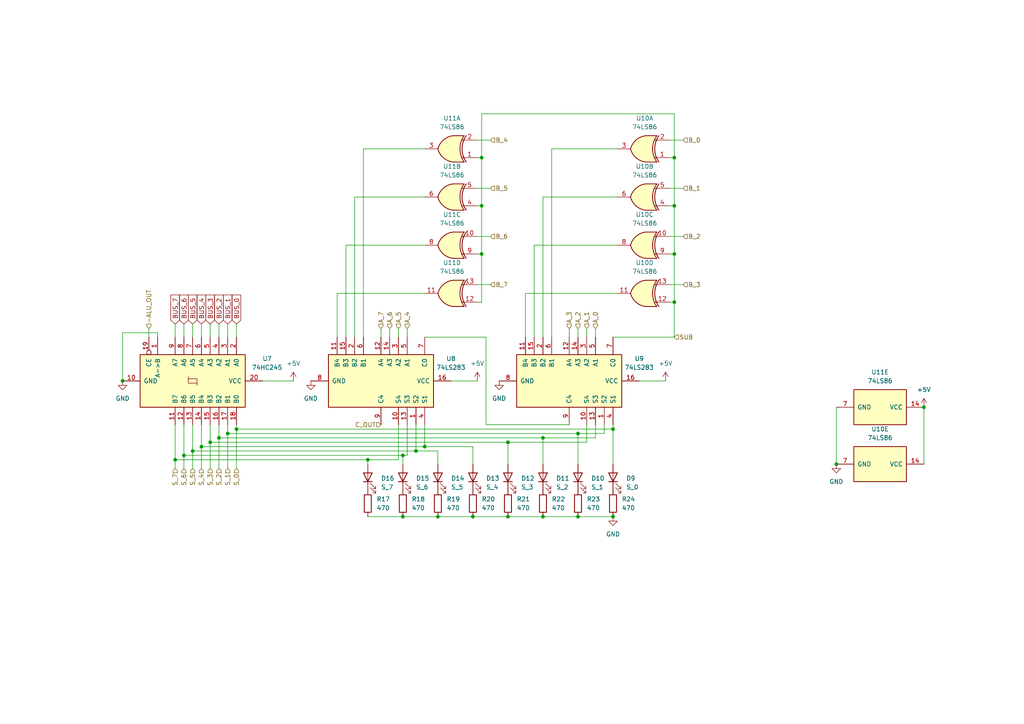
<source format=kicad_sch>
(kicad_sch (version 20230121) (generator eeschema)
  (paper "A4")
  (title_block (title "ALU") (date "2023-07-12") (rev "1"))
  (lib_symbols
    (symbol "74xx:74HC245" (pin_names (offset 1.016))
      (property "Reference" "U" (at -7.62 16.51 0))
      (property "Value" "74HC245" (at -7.62 -16.51 0))
      (symbol "74HC245_1_0"
        (polyline (pts (xy -0.635 -1.27) (xy -0.635 1.27) (xy 0.635 1.27)))
        (polyline (pts (xy -1.27 -1.27) (xy 0.635 -1.27) (xy 0.635 1.27) (xy 1.27 1.27)))
        (pin input line (at -12.7 -10.16 0) (length 5.08) (name "A->B") (number "1"))
        (pin power_in line (at 0 -20.32 90) (length 5.08) (name "GND") (number "10"))
        (pin tri_state line (at 12.7 -5.08 180) (length 5.08) (name "B7") (number "11"))
        (pin tri_state line (at 12.7 -2.54 180) (length 5.08) (name "B6") (number "12"))
        (pin tri_state line (at 12.7 0 180) (length 5.08) (name "B5") (number "13"))
        (pin tri_state line (at 12.7 2.54 180) (length 5.08) (name "B4") (number "14"))
        (pin tri_state line (at 12.7 5.08 180) (length 5.08) (name "B3") (number "15"))
        (pin tri_state line (at 12.7 7.62 180) (length 5.08) (name "B2") (number "16"))
        (pin tri_state line (at 12.7 10.16 180) (length 5.08) (name "B1") (number "17"))
        (pin tri_state line (at 12.7 12.7 180) (length 5.08) (name "B0") (number "18"))
        (pin input inverted (at -12.7 -12.7 0) (length 5.08) (name "CE") (number "19"))
        (pin tri_state line (at -12.7 12.7 0) (length 5.08) (name "A0") (number "2"))
        (pin power_in line (at 0 20.32 270) (length 5.08) (name "VCC") (number "20"))
        (pin tri_state line (at -12.7 10.16 0) (length 5.08) (name "A1") (number "3"))
        (pin tri_state line (at -12.7 7.62 0) (length 5.08) (name "A2") (number "4"))
        (pin tri_state line (at -12.7 5.08 0) (length 5.08) (name "A3") (number "5"))
        (pin tri_state line (at -12.7 2.54 0) (length 5.08) (name "A4") (number "6"))
        (pin tri_state line (at -12.7 0 0) (length 5.08) (name "A5") (number "7"))
        (pin tri_state line (at -12.7 -2.54 0) (length 5.08) (name "A6") (number "8"))
        (pin tri_state line (at -12.7 -5.08 0) (length 5.08) (name "A7") (number "9"))
      )
      (symbol "74HC245_1_1"
        (rectangle (start -7.62 15.24) (end 7.62 -15.24) (stroke (width 0.254)) (fill (type background)))
      )
    )
    (symbol "74xx:74LS283" (pin_names (offset 1.016))
      (property "Reference" "U" (at -7.62 16.51 0))
      (property "Value" "74LS283" (at -7.62 -16.51 0))
      (symbol "74LS283_1_0"
        (pin output line (at 12.7 10.16 180) (length 5.08) (name "S2") (number "1"))
        (pin output line (at 12.7 5.08 180) (length 5.08) (name "S4") (number "10"))
        (pin input line (at -12.7 -12.7 0) (length 5.08) (name "B4") (number "11"))
        (pin input line (at -12.7 0 0) (length 5.08) (name "A4") (number "12"))
        (pin output line (at 12.7 7.62 180) (length 5.08) (name "S3") (number "13"))
        (pin input line (at -12.7 2.54 0) (length 5.08) (name "A3") (number "14"))
        (pin input line (at -12.7 -10.16 0) (length 5.08) (name "B3") (number "15"))
        (pin power_in line (at 0 20.32 270) (length 5.08) (name "VCC") (number "16"))
        (pin input line (at -12.7 -7.62 0) (length 5.08) (name "B2") (number "2"))
        (pin input line (at -12.7 5.08 0) (length 5.08) (name "A2") (number "3"))
        (pin output line (at 12.7 12.7 180) (length 5.08) (name "S1") (number "4"))
        (pin input line (at -12.7 7.62 0) (length 5.08) (name "A1") (number "5"))
        (pin input line (at -12.7 -5.08 0) (length 5.08) (name "B1") (number "6"))
        (pin input line (at -12.7 12.7 0) (length 5.08) (name "C0") (number "7"))
        (pin power_in line (at 0 -20.32 90) (length 5.08) (name "GND") (number "8"))
        (pin output line (at 12.7 0 180) (length 5.08) (name "C4") (number "9"))
      )
      (symbol "74LS283_1_1"
        (rectangle (start -7.62 15.24) (end 7.62 -15.24) (stroke (width 0.254)) (fill (type background)))
      )
    )
    (symbol "74xx:74LS86" (pin_names (offset 1.016))
      (property "Reference" "U" (at 0 1.27 0))
      (property "Value" "74LS86" (at 0 -1.27 0))
      (symbol "74LS86_1_0"
        (arc (start -4.4196 -3.81) (mid -3.2033 0) (end -4.4196 3.81) (stroke (width 0.254)))
        (arc (start -3.81 -3.81) (mid -2.589 0) (end -3.81 3.81) (stroke (width 0.254)))
        (arc (start -0.6096 -3.81) (mid 2.1842 -2.5851) (end 3.81 0) (stroke (width 0.254)) (fill (type background)))
        (polyline (pts (xy -3.81 -3.81) (xy -0.635 -3.81)) (stroke (width 0.254)) (fill (type background)))
        (polyline (pts (xy -3.81 3.81) (xy -0.635 3.81)) (stroke (width 0.254)) (fill (type background)))
        (polyline (pts (xy -0.635 3.81) (xy -3.81 3.81) (xy -3.81 3.81) (xy -3.556 3.4036) (xy -3.0226 2.2606) (xy -2.6924 1.0414) (xy -2.6162 -0.254) (xy -2.7686 -1.4986) (xy -3.175 -2.7178) (xy -3.81 -3.81) (xy -3.81 -3.81) (xy -0.635 -3.81)) (stroke (width -25.4)) (fill (type background)))
        (arc (start 3.81 0) (mid 2.1915 2.5936) (end -0.6096 3.81) (stroke (width 0.254)) (fill (type background)))
        (pin input line (at -7.62 2.54 0) (length 4.445) (name "~") (number "1"))
        (pin input line (at -7.62 -2.54 0) (length 4.445) (name "~") (number "2"))
        (pin output line (at 7.62 0 180) (length 3.81) (name "~") (number "3"))
      )
      (symbol "74LS86_1_1"
        (polyline (pts (xy -3.81 -2.54) (xy -3.175 -2.54)) (stroke (width 0.1524)))
        (polyline (pts (xy -3.81 2.54) (xy -3.175 2.54)) (stroke (width 0.1524)))
      )
      (symbol "74LS86_2_0"
        (arc (start -4.4196 -3.81) (mid -3.2033 0) (end -4.4196 3.81) (stroke (width 0.254)))
        (arc (start -3.81 -3.81) (mid -2.589 0) (end -3.81 3.81) (stroke (width 0.254)))
        (arc (start -0.6096 -3.81) (mid 2.1842 -2.5851) (end 3.81 0) (stroke (width 0.254)) (fill (type background)))
        (polyline (pts (xy -3.81 -3.81) (xy -0.635 -3.81)) (stroke (width 0.254)) (fill (type background)))
        (polyline (pts (xy -3.81 3.81) (xy -0.635 3.81)) (stroke (width 0.254)) (fill (type background)))
        (polyline (pts (xy -0.635 3.81) (xy -3.81 3.81) (xy -3.81 3.81) (xy -3.556 3.4036) (xy -3.0226 2.2606) (xy -2.6924 1.0414) (xy -2.6162 -0.254) (xy -2.7686 -1.4986) (xy -3.175 -2.7178) (xy -3.81 -3.81) (xy -3.81 -3.81) (xy -0.635 -3.81)) (stroke (width -25.4)) (fill (type background)))
        (arc (start 3.81 0) (mid 2.1915 2.5936) (end -0.6096 3.81) (stroke (width 0.254)) (fill (type background)))
        (pin input line (at -7.62 2.54 0) (length 4.445) (name "~") (number "4"))
        (pin input line (at -7.62 -2.54 0) (length 4.445) (name "~") (number "5"))
        (pin output line (at 7.62 0 180) (length 3.81) (name "~") (number "6"))
      )
      (symbol "74LS86_2_1"
        (polyline (pts (xy -3.81 -2.54) (xy -3.175 -2.54)) (stroke (width 0.1524)))
        (polyline (pts (xy -3.81 2.54) (xy -3.175 2.54)) (stroke (width 0.1524)))
      )
      (symbol "74LS86_3_0"
        (arc (start -4.4196 -3.81) (mid -3.2033 0) (end -4.4196 3.81) (stroke (width 0.254)))
        (arc (start -3.81 -3.81) (mid -2.589 0) (end -3.81 3.81) (stroke (width 0.254)))
        (arc (start -0.6096 -3.81) (mid 2.1842 -2.5851) (end 3.81 0) (stroke (width 0.254)) (fill (type background)))
        (polyline (pts (xy -3.81 -3.81) (xy -0.635 -3.81)) (stroke (width 0.254)) (fill (type background)))
        (polyline (pts (xy -3.81 3.81) (xy -0.635 3.81)) (stroke (width 0.254)) (fill (type background)))
        (polyline (pts (xy -0.635 3.81) (xy -3.81 3.81) (xy -3.81 3.81) (xy -3.556 3.4036) (xy -3.0226 2.2606) (xy -2.6924 1.0414) (xy -2.6162 -0.254) (xy -2.7686 -1.4986) (xy -3.175 -2.7178) (xy -3.81 -3.81) (xy -3.81 -3.81) (xy -0.635 -3.81)) (stroke (width -25.4)) (fill (type background)))
        (arc (start 3.81 0) (mid 2.1915 2.5936) (end -0.6096 3.81) (stroke (width 0.254)) (fill (type background)))
        (pin input line (at -7.62 -2.54 0) (length 4.445) (name "~") (number "10"))
        (pin output line (at 7.62 0 180) (length 3.81) (name "~") (number "8"))
        (pin input line (at -7.62 2.54 0) (length 4.445) (name "~") (number "9"))
      )
      (symbol "74LS86_3_1"
        (polyline (pts (xy -3.81 -2.54) (xy -3.175 -2.54)) (stroke (width 0.1524)))
        (polyline (pts (xy -3.81 2.54) (xy -3.175 2.54)) (stroke (width 0.1524)))
      )
      (symbol "74LS86_4_0"
        (arc (start -4.4196 -3.81) (mid -3.2033 0) (end -4.4196 3.81) (stroke (width 0.254)))
        (arc (start -3.81 -3.81) (mid -2.589 0) (end -3.81 3.81) (stroke (width 0.254)))
        (arc (start -0.6096 -3.81) (mid 2.1842 -2.5851) (end 3.81 0) (stroke (width 0.254)) (fill (type background)))
        (polyline (pts (xy -3.81 -3.81) (xy -0.635 -3.81)) (stroke (width 0.254)) (fill (type background)))
        (polyline (pts (xy -3.81 3.81) (xy -0.635 3.81)) (stroke (width 0.254)) (fill (type background)))
        (polyline (pts (xy -0.635 3.81) (xy -3.81 3.81) (xy -3.81 3.81) (xy -3.556 3.4036) (xy -3.0226 2.2606) (xy -2.6924 1.0414) (xy -2.6162 -0.254) (xy -2.7686 -1.4986) (xy -3.175 -2.7178) (xy -3.81 -3.81) (xy -3.81 -3.81) (xy -0.635 -3.81)) (stroke (width -25.4)) (fill (type background)))
        (arc (start 3.81 0) (mid 2.1915 2.5936) (end -0.6096 3.81) (stroke (width 0.254)) (fill (type background)))
        (pin output line (at 7.62 0 180) (length 3.81) (name "~") (number "11"))
        (pin input line (at -7.62 2.54 0) (length 4.445) (name "~") (number "12"))
        (pin input line (at -7.62 -2.54 0) (length 4.445) (name "~") (number "13"))
      )
      (symbol "74LS86_4_1"
        (polyline (pts (xy -3.81 -2.54) (xy -3.175 -2.54)) (stroke (width 0.1524)))
        (polyline (pts (xy -3.81 2.54) (xy -3.175 2.54)) (stroke (width 0.1524)))
      )
      (symbol "74LS86_5_0"
        (pin power_in line (at 0 12.7 270) (length 5.08) (name "VCC") (number "14"))
        (pin power_in line (at 0 -12.7 90) (length 5.08) (name "GND") (number "7"))
      )
      (symbol "74LS86_5_1"
        (rectangle (start -5.08 7.62) (end 5.08 -7.62) (stroke (width 0.254)) (fill (type background)))
      )
    )
    (symbol "Device:LED" (pin_numbers hide) (pin_names (offset 1.016) hide)
      (property "Reference" "D" (at 0 2.54 0))
      (property "Value" "LED" (at 0 -2.54 0))
      (symbol "LED_0_1"
        (polyline (pts (xy -1.27 -1.27) (xy -1.27 1.27)) (stroke (width 0.254)))
        (polyline (pts (xy -1.27 0) (xy 1.27 0)))
        (polyline (pts (xy 1.27 -1.27) (xy 1.27 1.27) (xy -1.27 0) (xy 1.27 -1.27)) (stroke (width 0.254)))
        (polyline (pts (xy -3.048 -0.762) (xy -4.572 -2.286) (xy -3.81 -2.286) (xy -4.572 -2.286) (xy -4.572 -1.524)))
        (polyline (pts (xy -1.778 -0.762) (xy -3.302 -2.286) (xy -2.54 -2.286) (xy -3.302 -2.286) (xy -3.302 -1.524)))
      )
      (symbol "LED_1_1"
        (pin passive line (at -3.81 0 0) (length 2.54) (name "K") (number "1"))
        (pin passive line (at 3.81 0 180) (length 2.54) (name "A") (number "2"))
      )
    )
    (symbol "Device:R" (pin_numbers hide) (pin_names (offset 0))
      (property "Reference" "R" (at 2.032 0 90))
      (property "Value" "R" (at 0 0 90))
      (symbol "R_0_1"
        (rectangle (start -1.016 -2.54) (end 1.016 2.54) (stroke (width 0.254)))
      )
      (symbol "R_1_1"
        (pin passive line (at 0 3.81 270) (length 1.27) (name "~") (number "1"))
        (pin passive line (at 0 -3.81 90) (length 1.27) (name "~") (number "2"))
      )
    )
    (symbol "power:+5V" (power) (pin_names (offset 0))
      (property "Value" "+5V" (at 0 3.556 0))
      (symbol "+5V_0_1"
        (polyline (pts (xy -0.762 1.27) (xy 0 2.54)))
        (polyline (pts (xy 0 0) (xy 0 2.54)))
        (polyline (pts (xy 0 2.54) (xy 0.762 1.27)))
      )
      (symbol "+5V_1_1"
        (pin power_in line (at 0 0 90) (length 0) hide (name "+5V") (number "1"))
      )
    )
    (symbol "power:GND" (power) (pin_names (offset 0))
      (property "Value" "GND" (at 0 -3.81 0))
      (symbol "GND_0_1"
        (polyline (pts (xy 0 0) (xy 0 -1.27) (xy 1.27 -1.27) (xy 0 -2.54) (xy -1.27 -1.27) (xy 0 -1.27)))
      )
      (symbol "GND_1_1"
        (pin power_in line (at 0 0 270) (length 0) hide (name "GND") (number "1"))
      )
    )
  )
  (junction (at 177.8 124.46))
  (junction (at 137.16 149.86))
  (junction (at 139.7 45.72))
  (junction (at 157.48 149.86))
  (junction (at 127 149.86))
  (junction (at 267.97 118.11))
  (junction (at 195.58 45.72))
  (junction (at 120.65 130.81))
  (junction (at 68.58 124.46))
  (junction (at 139.7 59.69))
  (junction (at 116.84 132.08))
  (junction (at 147.32 128.27))
  (junction (at 147.32 149.86))
  (junction (at 50.8 133.35))
  (junction (at 177.8 149.86))
  (junction (at 60.96 128.27))
  (junction (at 195.58 59.69))
  (junction (at 116.84 149.86))
  (junction (at 157.48 127))
  (junction (at 63.5 127))
  (junction (at 53.34 132.08))
  (junction (at 242.57 134.62))
  (junction (at 167.64 149.86))
  (junction (at 58.42 129.54))
  (junction (at 123.19 129.54))
  (junction (at 66.04 125.73))
  (junction (at 195.58 73.66))
  (junction (at 167.64 125.73))
  (junction (at 55.88 130.81))
  (junction (at 35.56 110.49))
  (junction (at 139.7 73.66))
  (junction (at 106.68 133.35))
  (junction (at 195.58 87.63))
  (wire (pts (xy 138.43 54.61) (xy 142.24 54.61)))
  (wire (pts (xy 172.72 127) (xy 157.48 127)))
  (wire (pts (xy 53.34 132.08) (xy 53.34 123.19)))
  (wire (pts (xy 123.19 123.19) (xy 123.19 129.54)))
  (wire (pts (xy 195.58 97.79) (xy 177.8 97.79)))
  (wire (pts (xy 267.97 118.11) (xy 267.97 134.62)))
  (wire (pts (xy 177.8 124.46) (xy 177.8 134.62)))
  (wire (pts (xy 97.79 85.09) (xy 97.79 97.79)))
  (wire (pts (xy 100.33 71.12) (xy 100.33 97.79)))
  (wire (pts (xy 66.04 93.98) (xy 66.04 97.79)))
  (wire (pts (xy 115.57 95.25) (xy 115.57 97.79)))
  (wire (pts (xy 157.48 57.15) (xy 157.48 97.79)))
  (wire (pts (xy 194.31 40.64) (xy 198.12 40.64)))
  (wire (pts (xy 138.43 45.72) (xy 139.7 45.72)))
  (wire (pts (xy 102.87 57.15) (xy 102.87 97.79)))
  (wire (pts (xy 175.26 123.19) (xy 175.26 125.73)))
  (wire (pts (xy 115.57 123.19) (xy 115.57 133.35)))
  (wire (pts (xy 195.58 33.02) (xy 139.7 33.02)))
  (wire (pts (xy 106.68 133.35) (xy 50.8 133.35)))
  (wire (pts (xy 113.03 95.25) (xy 113.03 97.79)))
  (wire (pts (xy 127 130.81) (xy 120.65 130.81)))
  (wire (pts (xy 123.19 85.09) (xy 97.79 85.09)))
  (wire (pts (xy 120.65 130.81) (xy 55.88 130.81)))
  (wire (pts (xy 140.97 97.79) (xy 123.19 97.79)))
  (wire (pts (xy 115.57 133.35) (xy 106.68 133.35)))
  (wire (pts (xy 116.84 132.08) (xy 116.84 134.62)))
  (wire (pts (xy 50.8 133.35) (xy 50.8 123.19)))
  (wire (pts (xy 58.42 129.54) (xy 58.42 123.19)))
  (wire (pts (xy 118.11 123.19) (xy 118.11 132.08)))
  (wire (pts (xy 195.58 73.66) (xy 195.58 59.69)))
  (wire (pts (xy 242.57 118.11) (xy 242.57 134.62)))
  (wire (pts (xy 194.31 87.63) (xy 195.58 87.63)))
  (wire (pts (xy 105.41 43.18) (xy 105.41 97.79)))
  (wire (pts (xy 195.58 45.72) (xy 195.58 33.02)))
  (wire (pts (xy 53.34 132.08) (xy 53.34 135.89)))
  (wire (pts (xy 116.84 132.08) (xy 53.34 132.08)))
  (wire (pts (xy 60.96 93.98) (xy 60.96 97.79)))
  (wire (pts (xy 60.96 128.27) (xy 60.96 135.89)))
  (wire (pts (xy 194.31 82.55) (xy 198.12 82.55)))
  (wire (pts (xy 116.84 149.86) (xy 127 149.86)))
  (wire (pts (xy 138.43 73.66) (xy 139.7 73.66)))
  (wire (pts (xy 175.26 125.73) (xy 167.64 125.73)))
  (wire (pts (xy 147.32 149.86) (xy 157.48 149.86)))
  (wire (pts (xy 194.31 68.58) (xy 198.12 68.58)))
  (wire (pts (xy 165.1 95.25) (xy 165.1 97.79)))
  (wire (pts (xy 139.7 59.69) (xy 138.43 59.69)))
  (wire (pts (xy 63.5 127) (xy 63.5 135.89)))
  (wire (pts (xy 138.43 68.58) (xy 142.24 68.58)))
  (wire (pts (xy 170.18 95.25) (xy 170.18 97.79)))
  (wire (pts (xy 50.8 133.35) (xy 50.8 135.89)))
  (wire (pts (xy 60.96 128.27) (xy 60.96 123.19)))
  (wire (pts (xy 160.02 43.18) (xy 160.02 97.79)))
  (wire (pts (xy 194.31 73.66) (xy 195.58 73.66)))
  (wire (pts (xy 45.72 96.52) (xy 35.56 96.52)))
  (wire (pts (xy 172.72 95.25) (xy 172.72 97.79)))
  (wire (pts (xy 172.72 123.19) (xy 172.72 127)))
  (wire (pts (xy 35.56 96.52) (xy 35.56 110.49)))
  (wire (pts (xy 147.32 128.27) (xy 60.96 128.27)))
  (wire (pts (xy 185.42 110.49) (xy 193.04 110.49)))
  (wire (pts (xy 123.19 57.15) (xy 102.87 57.15)))
  (wire (pts (xy 63.5 93.98) (xy 63.5 97.79)))
  (wire (pts (xy 195.58 59.69) (xy 194.31 59.69)))
  (wire (pts (xy 137.16 129.54) (xy 123.19 129.54)))
  (wire (pts (xy 123.19 43.18) (xy 105.41 43.18)))
  (wire (pts (xy 110.49 95.25) (xy 110.49 97.79)))
  (wire (pts (xy 177.8 124.46) (xy 68.58 124.46)))
  (wire (pts (xy 137.16 134.62) (xy 137.16 129.54)))
  (wire (pts (xy 138.43 40.64) (xy 142.24 40.64)))
  (wire (pts (xy 179.07 57.15) (xy 157.48 57.15)))
  (wire (pts (xy 138.43 87.63) (xy 139.7 87.63)))
  (wire (pts (xy 127 149.86) (xy 137.16 149.86)))
  (wire (pts (xy 45.72 97.79) (xy 45.72 96.52)))
  (wire (pts (xy 167.64 149.86) (xy 177.8 149.86)))
  (wire (pts (xy 68.58 124.46) (xy 68.58 135.89)))
  (wire (pts (xy 106.68 149.86) (xy 116.84 149.86)))
  (wire (pts (xy 139.7 87.63) (xy 139.7 73.66)))
  (wire (pts (xy 106.68 133.35) (xy 106.68 134.62)))
  (wire (pts (xy 165.1 123.19) (xy 140.97 123.19)))
  (wire (pts (xy 50.8 93.98) (xy 50.8 97.79)))
  (wire (pts (xy 63.5 127) (xy 63.5 123.19)))
  (wire (pts (xy 139.7 33.02) (xy 139.7 45.72)))
  (wire (pts (xy 76.2 110.49) (xy 85.09 110.49)))
  (wire (pts (xy 179.07 85.09) (xy 152.4 85.09)))
  (wire (pts (xy 139.7 73.66) (xy 139.7 59.69)))
  (wire (pts (xy 170.18 128.27) (xy 147.32 128.27)))
  (wire (pts (xy 195.58 45.72) (xy 195.58 59.69)))
  (wire (pts (xy 58.42 93.98) (xy 58.42 97.79)))
  (wire (pts (xy 55.88 93.98) (xy 55.88 97.79)))
  (wire (pts (xy 137.16 149.86) (xy 147.32 149.86)))
  (wire (pts (xy 194.31 45.72) (xy 195.58 45.72)))
  (wire (pts (xy 118.11 132.08) (xy 116.84 132.08)))
  (wire (pts (xy 66.04 125.73) (xy 66.04 135.89)))
  (wire (pts (xy 167.64 95.25) (xy 167.64 97.79)))
  (wire (pts (xy 66.04 125.73) (xy 66.04 123.19)))
  (wire (pts (xy 68.58 124.46) (xy 68.58 123.19)))
  (wire (pts (xy 152.4 85.09) (xy 152.4 97.79)))
  (wire (pts (xy 177.8 123.19) (xy 177.8 124.46)))
  (wire (pts (xy 157.48 127) (xy 63.5 127)))
  (wire (pts (xy 140.97 123.19) (xy 140.97 97.79)))
  (wire (pts (xy 139.7 45.72) (xy 139.7 59.69)))
  (wire (pts (xy 157.48 127) (xy 157.48 134.62)))
  (wire (pts (xy 55.88 130.81) (xy 55.88 123.19)))
  (wire (pts (xy 179.07 43.18) (xy 160.02 43.18)))
  (wire (pts (xy 167.64 125.73) (xy 167.64 134.62)))
  (wire (pts (xy 195.58 87.63) (xy 195.58 73.66)))
  (wire (pts (xy 55.88 130.81) (xy 55.88 135.89)))
  (wire (pts (xy 179.07 71.12) (xy 154.94 71.12)))
  (wire (pts (xy 194.31 54.61) (xy 198.12 54.61)))
  (wire (pts (xy 170.18 123.19) (xy 170.18 128.27)))
  (wire (pts (xy 138.43 82.55) (xy 142.24 82.55)))
  (wire (pts (xy 120.65 123.19) (xy 120.65 130.81)))
  (wire (pts (xy 130.81 110.49) (xy 138.43 110.49)))
  (wire (pts (xy 127 134.62) (xy 127 130.81)))
  (wire (pts (xy 157.48 149.86) (xy 167.64 149.86)))
  (wire (pts (xy 58.42 129.54) (xy 58.42 135.89)))
  (wire (pts (xy 123.19 129.54) (xy 58.42 129.54)))
  (wire (pts (xy 195.58 87.63) (xy 195.58 97.79)))
  (wire (pts (xy 123.19 71.12) (xy 100.33 71.12)))
  (wire (pts (xy 68.58 93.98) (xy 68.58 97.79)))
  (wire (pts (xy 43.18 95.25) (xy 43.18 97.79)))
  (wire (pts (xy 118.11 95.25) (xy 118.11 97.79)))
  (wire (pts (xy 147.32 128.27) (xy 147.32 134.62)))
  (wire (pts (xy 154.94 71.12) (xy 154.94 97.79)))
  (wire (pts (xy 167.64 125.73) (xy 66.04 125.73)))
  (wire (pts (xy 53.34 93.98) (xy 53.34 97.79)))
  (global_label "BUS_2" (shape input) (at 63.5 93.98 90) (property "Intersheetrefs" "${INTERSHEET_REFS}" (effects hide)))
  (global_label "BUS_3" (shape input) (at 60.96 93.98 90) (property "Intersheetrefs" "${INTERSHEET_REFS}" (effects hide)))
  (global_label "BUS_7" (shape input) (at 50.8 93.98 90) (property "Intersheetrefs" "${INTERSHEET_REFS}" (effects hide)))
  (global_label "BUS_5" (shape input) (at 55.88 93.98 90) (property "Intersheetrefs" "${INTERSHEET_REFS}" (effects hide)))
  (global_label "BUS_0" (shape input) (at 68.58 93.98 90) (property "Intersheetrefs" "${INTERSHEET_REFS}" (effects hide)))
  (global_label "BUS_6" (shape input) (at 53.34 93.98 90) (property "Intersheetrefs" "${INTERSHEET_REFS}" (effects hide)))
  (global_label "BUS_4" (shape input) (at 58.42 93.98 90) (property "Intersheetrefs" "${INTERSHEET_REFS}" (effects hide)))
  (global_label "BUS_1" (shape input) (at 66.04 93.98 90) (property "Intersheetrefs" "${INTERSHEET_REFS}" (effects hide)))
  (hierarchical_label "S_7" (shape input) (at 50.8 135.89 270))
  (hierarchical_label "S_5" (shape input) (at 55.88 135.89 270))
  (hierarchical_label "S_3" (shape input) (at 60.96 135.89 270))
  (hierarchical_label "C_OUT" (shape input) (at 110.49 123.19 180))
  (hierarchical_label "B_7" (shape input) (at 142.24 82.55 0))
  (hierarchical_label "A_4" (shape input) (at 118.11 95.25 90))
  (hierarchical_label "A_1" (shape input) (at 170.18 95.25 90))
  (hierarchical_label "A_0" (shape input) (at 172.72 95.25 90))
  (hierarchical_label "S_1" (shape input) (at 66.04 135.89 270))
  (hierarchical_label "B_5" (shape input) (at 142.24 54.61 0))
  (hierarchical_label "-ALU_OUT" (shape input) (at 43.18 95.25 90))
  (hierarchical_label "SUB" (shape input) (at 195.58 97.79 0))
  (hierarchical_label "A_5" (shape input) (at 115.57 95.25 90))
  (hierarchical_label "B_0" (shape input) (at 198.12 40.64 0))
  (hierarchical_label "B_2" (shape input) (at 198.12 68.58 0))
  (hierarchical_label "A_6" (shape input) (at 113.03 95.25 90))
  (hierarchical_label "S_2" (shape input) (at 63.5 135.89 270))
  (hierarchical_label "A_7" (shape input) (at 110.49 95.25 90))
  (hierarchical_label "B_1" (shape input) (at 198.12 54.61 0))
  (hierarchical_label "B_6" (shape input) (at 142.24 68.58 0))
  (hierarchical_label "A_2" (shape input) (at 167.64 95.25 90))
  (hierarchical_label "S_0" (shape input) (at 68.58 135.89 270))
  (hierarchical_label "S_4" (shape input) (at 58.42 135.89 270))
  (hierarchical_label "A_3" (shape input) (at 165.1 95.25 90))
  (hierarchical_label "S_6" (shape input) (at 53.34 135.89 270))
  (hierarchical_label "B_3" (shape input) (at 198.12 82.55 0))
  (hierarchical_label "B_4" (shape input) (at 142.24 40.64 0))
  (symbol (lib_id "power:GND") (at 90.17 110.49 0) (unit 1)
    (property "Reference" "#PWR018" (effects hide))
    (property "Value" "GND" (at 90.17 115.57 0))
  )
  (symbol (lib_id "74xx:74HC245") (at 55.88 110.49 270) (unit 1)
    (property "Reference" "U7" (at 77.47 104.0383 90))
    (property "Value" "74HC245" (at 77.47 106.5783 90))
    (property "Footprint" "Package_DIP:DIP-20_W7.62mm_Socket" (effects hide))
    (property "Datasheet" "http://www.ti.com/lit/gpn/sn74HC245" (effects hide))
  )
  (symbol (lib_id "Device:R") (at 177.8 146.05 0) (unit 1)
    (property "Reference" "R24" (at 180.34 144.78 0) (effects (justify left)))
    (property "Value" "470" (at 180.34 147.32 0) (effects (justify left)))
    (property "Footprint" "Resistor_SMD:R_1206_3216Metric_Pad1.30x1.75mm_HandSolder" (effects hide))
    (instances (project "SAP-Extended" (path "" (reference "R24") (unit 1)) (path "" (reference "R40") (unit 1))))
  )
  (symbol (lib_id "Device:R") (at 127 146.05 0) (unit 1)
    (property "Reference" "R19" (at 129.54 144.78 0) (effects (justify left)))
    (property "Value" "470" (at 129.54 147.32 0) (effects (justify left)))
    (property "Footprint" "Resistor_SMD:R_1206_3216Metric_Pad1.30x1.75mm_HandSolder" (effects hide))
    (instances (project "SAP-Extended" (path "" (reference "R19") (unit 1)) (path "" (reference "R35") (unit 1))))
  )
  (symbol (lib_id "Device:R") (at 137.16 146.05 0) (unit 1)
    (property "Reference" "R20" (at 139.7 144.78 0) (effects (justify left)))
    (property "Value" "470" (at 139.7 147.32 0) (effects (justify left)))
    (property "Footprint" "Resistor_SMD:R_1206_3216Metric_Pad1.30x1.75mm_HandSolder" (effects hide))
    (instances (project "SAP-Extended" (path "" (reference "R20") (unit 1)) (path "" (reference "R36") (unit 1))))
  )
  (symbol (lib_id "74xx:74LS86") (at 130.81 57.15 180) (unit 2)
    (property "Reference" "U11" (at 131.1148 48.26 0))
    (property "Value" "74LS86" (at 131.1148 50.8 0))
    (property "Footprint" "Package_DIP:DIP-14_W7.62mm_Socket" (effects hide))
    (property "Datasheet" "74xx/74ls86.pdf" (effects hide))
  )
  (symbol (lib_id "Device:LED") (at 157.48 138.43 90) (unit 1)
    (property "Reference" "D11" (at 161.29 138.7475 90) (effects (justify right)))
    (property "Value" "S_2" (at 161.29 141.2875 90) (effects (justify right)))
    (property "Footprint" "LED_THT:LED_D3.0mm" (effects hide))
    (instances (project "SAP-Extended" (path "" (reference "D11") (unit 1)) (path "" (reference "D30") (unit 1))))
  )
  (symbol (lib_id "Device:LED") (at 106.68 138.43 90) (unit 1)
    (property "Reference" "D16" (at 110.49 138.7475 90) (effects (justify right)))
    (property "Value" "S_7" (at 110.49 141.2875 90) (effects (justify right)))
    (property "Footprint" "LED_THT:LED_D3.0mm" (effects hide))
    (instances (project "SAP-Extended" (path "" (reference "D16") (unit 1)) (path "" (reference "D25") (unit 1))))
  )
  (symbol (lib_id "Device:R") (at 106.68 146.05 0) (unit 1)
    (property "Reference" "R17" (at 109.22 144.78 0) (effects (justify left)))
    (property "Value" "470" (at 109.22 147.32 0) (effects (justify left)))
    (property "Footprint" "Resistor_SMD:R_1206_3216Metric_Pad1.30x1.75mm_HandSolder" (effects hide))
    (instances (project "SAP-Extended" (path "" (reference "R17") (unit 1)) (path "" (reference "R33") (unit 1))))
  )
  (symbol (lib_id "74xx:74LS86") (at 186.69 57.15 180) (unit 2)
    (property "Reference" "U10" (at 186.9948 48.26 0))
    (property "Value" "74LS86" (at 186.9948 50.8 0))
    (property "Footprint" "Package_DIP:DIP-14_W7.62mm_Socket" (effects hide))
    (property "Datasheet" "74xx/74ls86.pdf" (effects hide))
  )
  (symbol (lib_id "74xx:74LS86") (at 255.27 134.62 270) (unit 5)
    (property "Reference" "U10" (at 255.27 124.46 90))
    (property "Value" "74LS86" (at 255.27 127 90))
    (property "Footprint" "Package_DIP:DIP-14_W7.62mm_Socket" (effects hide))
    (property "Datasheet" "74xx/74ls86.pdf" (effects hide))
  )
  (symbol (lib_id "74xx:74LS283") (at 110.49 110.49 270) (unit 1)
    (property "Reference" "U8" (at 130.81 104.0383 90))
    (property "Value" "74LS283" (at 130.81 106.5783 90))
    (property "Footprint" "Package_DIP:DIP-16_W7.62mm_Socket" (effects hide))
    (property "Datasheet" "http://www.ti.com/lit/gpn/sn74LS283" (effects hide))
  )
  (symbol (lib_id "power:GND") (at 35.56 110.49 0) (unit 1)
    (property "Reference" "#PWR019" (effects hide))
    (property "Value" "GND" (at 35.56 115.57 0))
  )
  (symbol (lib_id "Device:LED") (at 147.32 138.43 90) (unit 1)
    (property "Reference" "D12" (at 151.13 138.7475 90) (effects (justify right)))
    (property "Value" "S_3" (at 151.13 141.2875 90) (effects (justify right)))
    (property "Footprint" "LED_THT:LED_D3.0mm" (effects hide))
    (instances (project "SAP-Extended" (path "" (reference "D12") (unit 1)) (path "" (reference "D29") (unit 1))))
  )
  (symbol (lib_id "Device:R") (at 147.32 146.05 0) (unit 1)
    (property "Reference" "R21" (at 149.86 144.78 0) (effects (justify left)))
    (property "Value" "470" (at 149.86 147.32 0) (effects (justify left)))
    (property "Footprint" "Resistor_SMD:R_1206_3216Metric_Pad1.30x1.75mm_HandSolder" (effects hide))
    (instances (project "SAP-Extended" (path "" (reference "R21") (unit 1)) (path "" (reference "R37") (unit 1))))
  )
  (symbol (lib_id "74xx:74LS86") (at 255.27 118.11 270) (unit 5)
    (property "Reference" "U11" (at 255.27 107.95 90))
    (property "Value" "74LS86" (at 255.27 110.49 90))
    (property "Footprint" "Package_DIP:DIP-14_W7.62mm_Socket" (effects hide))
    (property "Datasheet" "74xx/74ls86.pdf" (effects hide))
  )
  (symbol (lib_id "Device:R") (at 116.84 146.05 0) (unit 1)
    (property "Reference" "R18" (at 119.38 144.78 0) (effects (justify left)))
    (property "Value" "470" (at 119.38 147.32 0) (effects (justify left)))
    (property "Footprint" "Resistor_SMD:R_1206_3216Metric_Pad1.30x1.75mm_HandSolder" (effects hide))
    (instances (project "SAP-Extended" (path "" (reference "R18") (unit 1)) (path "" (reference "R34") (unit 1))))
  )
  (symbol (lib_id "power:GND") (at 242.57 134.62 0) (unit 1)
    (property "Reference" "#PWR020" (effects hide))
    (property "Value" "GND" (at 242.57 139.7 0))
  )
  (symbol (lib_id "74xx:74LS86") (at 130.81 85.09 180) (unit 4)
    (property "Reference" "U11" (at 131.1148 76.2 0))
    (property "Value" "74LS86" (at 131.1148 78.74 0))
    (property "Footprint" "Package_DIP:DIP-14_W7.62mm_Socket" (effects hide))
    (property "Datasheet" "74xx/74ls86.pdf" (effects hide))
  )
  (symbol (lib_id "Device:LED") (at 127 138.43 90) (unit 1)
    (property "Reference" "D14" (at 130.81 138.7475 90) (effects (justify right)))
    (property "Value" "S_5" (at 130.81 141.2875 90) (effects (justify right)))
    (property "Footprint" "LED_THT:LED_D3.0mm" (effects hide))
    (instances (project "SAP-Extended" (path "" (reference "D14") (unit 1)) (path "" (reference "D27") (unit 1))))
  )
  (symbol (lib_id "Device:R") (at 167.64 146.05 0) (unit 1)
    (property "Reference" "R23" (at 170.18 144.78 0) (effects (justify left)))
    (property "Value" "470" (at 170.18 147.32 0) (effects (justify left)))
    (property "Footprint" "Resistor_SMD:R_1206_3216Metric_Pad1.30x1.75mm_HandSolder" (effects hide))
    (instances (project "SAP-Extended" (path "" (reference "R23") (unit 1)) (path "" (reference "R39") (unit 1))))
  )
  (symbol (lib_id "74xx:74LS283") (at 165.1 110.49 270) (unit 1)
    (property "Reference" "U9" (at 185.42 104.0383 90))
    (property "Value" "74LS283" (at 185.42 106.5783 90))
    (property "Footprint" "Package_DIP:DIP-16_W7.62mm_Socket" (effects hide))
    (property "Datasheet" "http://www.ti.com/lit/gpn/sn74LS283" (effects hide))
  )
  (symbol (lib_id "power:+5V") (at 138.43 110.49 0) (unit 1)
    (property "Reference" "#PWR014" (effects hide))
    (property "Value" "+5V" (at 138.43 105.41 0))
  )
  (symbol (lib_id "74xx:74LS86") (at 186.69 71.12 180) (unit 3)
    (property "Reference" "U10" (at 186.9948 62.23 0))
    (property "Value" "74LS86" (at 186.9948 64.77 0))
    (property "Footprint" "Package_DIP:DIP-14_W7.62mm_Socket" (effects hide))
    (property "Datasheet" "74xx/74ls86.pdf" (effects hide))
  )
  (symbol (lib_id "74xx:74LS86") (at 186.69 43.18 180) (unit 1)
    (property "Reference" "U10" (at 186.9948 34.29 0))
    (property "Value" "74LS86" (at 186.9948 36.83 0))
    (property "Footprint" "Package_DIP:DIP-14_W7.62mm_Socket" (effects hide))
    (property "Datasheet" "74xx/74ls86.pdf" (effects hide))
  )
  (symbol (lib_id "Device:LED") (at 137.16 138.43 90) (unit 1)
    (property "Reference" "D13" (at 140.97 138.7475 90) (effects (justify right)))
    (property "Value" "S_4" (at 140.97 141.2875 90) (effects (justify right)))
    (property "Footprint" "LED_THT:LED_D3.0mm" (effects hide))
    (instances (project "SAP-Extended" (path "" (reference "D13") (unit 1)) (path "" (reference "D28") (unit 1))))
  )
  (symbol (lib_id "74xx:74LS86") (at 130.81 71.12 180) (unit 3)
    (property "Reference" "U11" (at 131.1148 62.23 0))
    (property "Value" "74LS86" (at 131.1148 64.77 0))
    (property "Footprint" "Package_DIP:DIP-14_W7.62mm_Socket" (effects hide))
    (property "Datasheet" "74xx/74ls86.pdf" (effects hide))
  )
  (symbol (lib_id "power:+5V") (at 267.97 118.11 0) (unit 1)
    (property "Reference" "#PWR021" (effects hide))
    (property "Value" "+5V" (at 267.97 113.03 0))
  )
  (symbol (lib_id "power:+5V") (at 193.04 110.49 0) (unit 1)
    (property "Reference" "#PWR016" (effects hide))
    (property "Value" "+5V" (at 193.04 105.41 0))
  )
  (symbol (lib_id "Device:LED") (at 116.84 138.43 90) (unit 1)
    (property "Reference" "D15" (at 120.65 138.7475 90) (effects (justify right)))
    (property "Value" "S_6" (at 120.65 141.2875 90) (effects (justify right)))
    (property "Footprint" "LED_THT:LED_D3.0mm" (effects hide))
    (instances (project "SAP-Extended" (path "" (reference "D15") (unit 1)) (path "" (reference "D26") (unit 1))))
  )
  (symbol (lib_id "power:GND") (at 144.78 110.49 0) (unit 1)
    (property "Reference" "#PWR017" (effects hide))
    (property "Value" "GND" (at 144.78 115.57 0))
  )
  (symbol (lib_id "power:+5V") (at 85.09 110.49 0) (unit 1)
    (property "Reference" "#PWR015" (effects hide))
    (property "Value" "+5V" (at 85.09 105.41 0))
  )
  (symbol (lib_id "power:GND") (at 177.8 149.86 0) (unit 1)
    (property "Reference" "#PWR022" (effects hide))
    (property "Value" "GND" (at 177.8 154.94 0))
    (instances (project "SAP-Extended" (path "" (reference "#PWR022") (unit 1)) (path "" (reference "#PWR024") (unit 1))))
  )
  (symbol (lib_id "Device:LED") (at 177.8 138.43 90) (unit 1)
    (property "Reference" "D9" (at 181.61 138.7475 90) (effects (justify right)))
    (property "Value" "S_0" (at 181.61 141.2875 90) (effects (justify right)))
    (property "Footprint" "LED_THT:LED_D3.0mm" (effects hide))
    (instances (project "SAP-Extended" (path "" (reference "D9") (unit 1)) (path "" (reference "D32") (unit 1))))
  )
  (symbol (lib_id "74xx:74LS86") (at 186.69 85.09 180) (unit 4)
    (property "Reference" "U10" (at 186.9948 76.2 0))
    (property "Value" "74LS86" (at 186.9948 78.74 0))
    (property "Footprint" "Package_DIP:DIP-14_W7.62mm_Socket" (effects hide))
    (property "Datasheet" "74xx/74ls86.pdf" (effects hide))
  )
  (symbol (lib_id "Device:LED") (at 167.64 138.43 90) (unit 1)
    (property "Reference" "D10" (at 171.45 138.7475 90) (effects (justify right)))
    (property "Value" "S_1" (at 171.45 141.2875 90) (effects (justify right)))
    (property "Footprint" "LED_THT:LED_D3.0mm" (effects hide))
    (instances (project "SAP-Extended" (path "" (reference "D10") (unit 1)) (path "" (reference "D31") (unit 1))))
  )
  (symbol (lib_id "Device:R") (at 157.48 146.05 0) (unit 1)
    (property "Reference" "R22" (at 160.02 144.78 0) (effects (justify left)))
    (property "Value" "470" (at 160.02 147.32 0) (effects (justify left)))
    (property "Footprint" "Resistor_SMD:R_1206_3216Metric_Pad1.30x1.75mm_HandSolder" (effects hide))
    (instances (project "SAP-Extended" (path "" (reference "R22") (unit 1)) (path "" (reference "R38") (unit 1))))
  )
  (symbol (lib_id "74xx:74LS86") (at 130.81 43.18 180) (unit 1)
    (property "Reference" "U11" (at 131.1148 34.29 0))
    (property "Value" "74LS86" (at 131.1148 36.83 0))
    (property "Footprint" "Package_DIP:DIP-14_W7.62mm_Socket" (effects hide))
    (property "Datasheet" "74xx/74ls86.pdf" (effects hide))
  )
)
</source>
